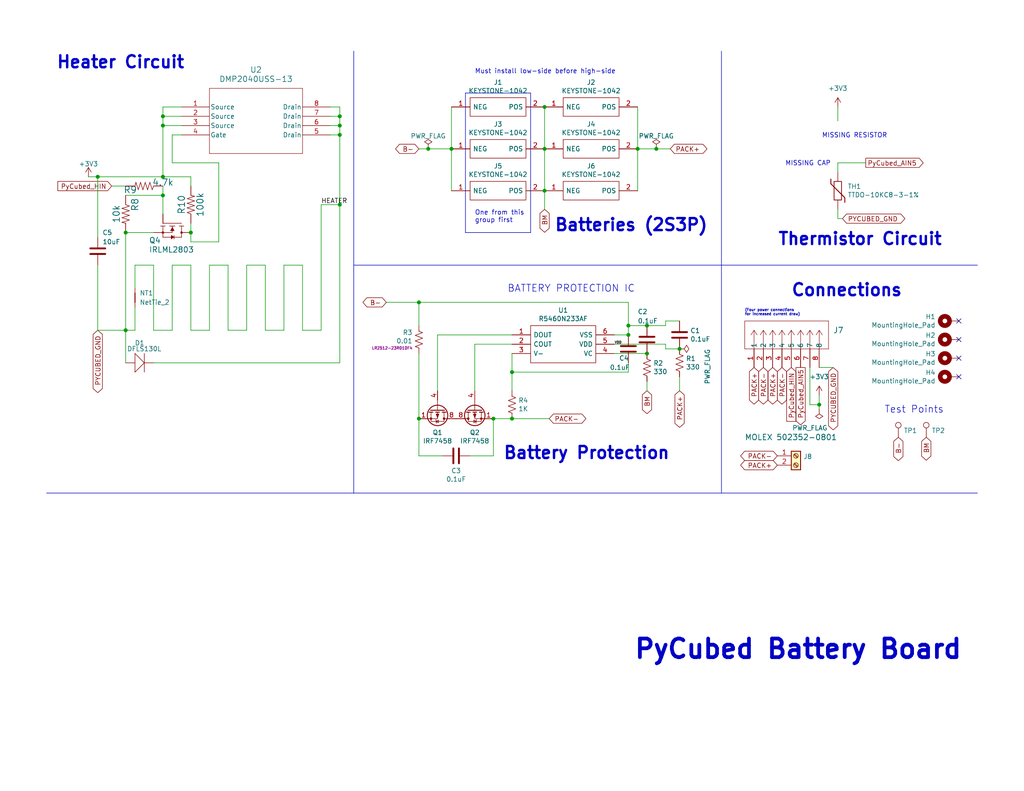
<source format=kicad_sch>
(kicad_sch (version 20231120) (generator "eeschema") (generator_version "8.0")
  (paper "USLetter")
  (title_block (title "PyCubed Battery Board") (date "2024-05-07") (rev "Ver. 2B") (company "SSI") (comment 1 "Original design by Max Holliday, edited by Grant Regen and Sage Wu"))
  (lib_symbols
    (symbol "Connector:Screw_Terminal_01x02" (pin_names (offset 1.016) hide)
      (property "Reference" "J" (at 0 2.54 0))
      (property "Value" "Screw_Terminal_01x02" (at 0 -5.08 0))
      (symbol "Screw_Terminal_01x02_1_1"
        (rectangle (start -1.27 1.27) (end 1.27 -3.81) (stroke (width 0.254)) (fill (type background)))
        (circle (center 0 -2.54) (radius 0.635) (stroke (width 0.1524)))
        (polyline (pts (xy -0.5334 -2.2098) (xy 0.3302 -3.048)) (stroke (width 0.1524)))
        (polyline (pts (xy -0.5334 0.3302) (xy 0.3302 -0.508)) (stroke (width 0.1524)))
        (polyline (pts (xy -0.3556 -2.032) (xy 0.508 -2.8702)) (stroke (width 0.1524)))
        (polyline (pts (xy -0.3556 0.508) (xy 0.508 -0.3302)) (stroke (width 0.1524)))
        (circle (center 0 0) (radius 0.635) (stroke (width 0.1524)))
        (pin passive line (at -5.08 0 0) (length 3.81) (name "Pin_1") (number "1"))
        (pin passive line (at -5.08 -2.54 0) (length 3.81) (name "Pin_2") (number "2"))
      )
    )
    (symbol "Connector:TestPoint" (pin_numbers hide) (pin_names (offset 0.762) hide)
      (property "Reference" "TP" (at 0 6.858 0))
      (property "Value" "TestPoint" (at 0 5.08 0))
      (symbol "TestPoint_0_1"
        (circle (center 0 3.302) (radius 0.762))
      )
      (symbol "TestPoint_1_1"
        (pin passive line (at 0 0 90) (length 2.54) (name "1") (number "1"))
      )
    )
    (symbol "Device:C" (pin_numbers hide) (pin_names (offset 0.254))
      (property "Reference" "C" (at 0.635 2.54 0))
      (property "Value" "C" (at 0.635 -2.54 0))
      (symbol "C_0_1"
        (polyline (pts (xy -2.032 -0.762) (xy 2.032 -0.762)) (stroke (width 0.508)))
        (polyline (pts (xy -2.032 0.762) (xy 2.032 0.762)) (stroke (width 0.508)))
      )
      (symbol "C_1_1"
        (pin passive line (at 0 3.81 270) (length 2.794) (name "~") (number "1"))
        (pin passive line (at 0 -3.81 90) (length 2.794) (name "~") (number "2"))
      )
    )
    (symbol "Device:NetTie_2" (pin_numbers hide) (pin_names (offset 0) hide) (in_bom no)
      (property "Reference" "NT" (at 0 1.27 0))
      (property "Value" "NetTie_2" (at 0 -1.27 0))
      (symbol "NetTie_2_0_1"
        (polyline (pts (xy -1.27 0) (xy 1.27 0)) (stroke (width 0.254)))
      )
      (symbol "NetTie_2_1_1"
        (pin passive line (at -2.54 0 0) (length 2.54) (name "1") (number "1"))
        (pin passive line (at 2.54 0 180) (length 2.54) (name "2") (number "2"))
      )
    )
    (symbol "Device:R_US" (pin_numbers hide) (pin_names (offset 0))
      (property "Reference" "R" (at 2.54 0 90))
      (property "Value" "R_US" (at -2.54 0 90))
      (symbol "R_US_0_1"
        (polyline (pts (xy 0 -2.286) (xy 0 -2.54)))
        (polyline (pts (xy 0 2.286) (xy 0 2.54)))
        (polyline (pts (xy 0 -0.762) (xy 1.016 -1.143) (xy 0 -1.524) (xy -1.016 -1.905) (xy 0 -2.286)))
        (polyline (pts (xy 0 0.762) (xy 1.016 0.381) (xy 0 0) (xy -1.016 -0.381) (xy 0 -0.762)))
        (polyline (pts (xy 0 2.286) (xy 1.016 1.905) (xy 0 1.524) (xy -1.016 1.143) (xy 0 0.762)))
      )
      (symbol "R_US_1_1"
        (pin passive line (at 0 3.81 270) (length 1.27) (name "~") (number "1"))
        (pin passive line (at 0 -3.81 90) (length 1.27) (name "~") (number "2"))
      )
    )
    (symbol "Device:Thermistor" (pin_numbers hide) (pin_names (offset 0))
      (property "Reference" "TH" (at 2.54 1.27 90))
      (property "Value" "Thermistor" (at -2.54 0 90))
      (symbol "Thermistor_0_1"
        (rectangle (start -1.016 2.54) (end 1.016 -2.54) (stroke (width 0.2032)))
        (polyline (pts (xy -1.905 3.175) (xy -1.905 1.905) (xy 1.905 -1.905) (xy 1.905 -3.175) (xy 1.905 -3.175)) (stroke (width 0.254)))
      )
      (symbol "Thermistor_1_1"
        (pin passive line (at 0 5.08 270) (length 2.54) (name "~") (number "1"))
        (pin passive line (at 0 -5.08 90) (length 2.54) (name "~") (number "2"))
      )
    )
    (symbol "Mechanical:MountingHole_Pad" (pin_numbers hide) (pin_names (offset 1.016) hide)
      (property "Reference" "H" (at 0 6.35 0))
      (property "Value" "MountingHole_Pad" (at 0 4.445 0))
      (symbol "MountingHole_Pad_0_1"
        (circle (center 0 1.27) (radius 1.27) (stroke (width 1.27)))
      )
      (symbol "MountingHole_Pad_1_1"
        (pin input line (at 0 -2.54 90) (length 2.54) (name "1") (number "1"))
      )
    )
    (symbol "Transistor_FET:IRF7404" (pin_names hide)
      (property "Reference" "Q" (at 5.08 1.905 0))
      (property "Value" "IRF7404" (at 5.08 0 0))
      (symbol "IRF7404_0_1"
        (polyline (pts (xy 0.254 0) (xy -2.54 0)))
        (polyline (pts (xy 0.254 1.905) (xy 0.254 -1.905)) (stroke (width 0.254)))
        (polyline (pts (xy 0.762 -1.27) (xy 0.762 -2.286)) (stroke (width 0.254)))
        (polyline (pts (xy 0.762 0.508) (xy 0.762 -0.508)) (stroke (width 0.254)))
        (polyline (pts (xy 0.762 2.286) (xy 0.762 1.27)) (stroke (width 0.254)))
        (polyline (pts (xy 2.54 2.54) (xy 2.54 1.778)))
        (polyline (pts (xy 2.54 -2.54) (xy 2.54 0) (xy 0.762 0)))
        (polyline (pts (xy 0.762 1.778) (xy 3.302 1.778) (xy 3.302 -1.778) (xy 0.762 -1.778)))
        (polyline (pts (xy 2.286 0) (xy 1.27 0.381) (xy 1.27 -0.381) (xy 2.286 0)) (fill (type outline)))
        (polyline (pts (xy 2.794 -0.508) (xy 2.921 -0.381) (xy 3.683 -0.381) (xy 3.81 -0.254)))
        (polyline (pts (xy 3.302 -0.381) (xy 2.921 0.254) (xy 3.683 0.254) (xy 3.302 -0.381)))
        (circle (center 1.651 0) (radius 2.794) (stroke (width 0.254)))
        (circle (center 2.54 -1.778) (radius 0.254) (fill (type outline)))
        (circle (center 2.54 1.778) (radius 0.254) (fill (type outline)))
      )
      (symbol "IRF7404_1_1"
        (pin passive line (at 2.54 -5.08 90) (length 2.54) (name "S") (number "1"))
        (pin passive line (at 2.54 -5.08 90) (length 2.54) hide (name "S") (number "2"))
        (pin passive line (at 2.54 -5.08 90) (length 2.54) hide (name "S") (number "3"))
        (pin passive line (at -5.08 0 0) (length 2.54) (name "G") (number "4"))
        (pin passive line (at 2.54 5.08 270) (length 2.54) hide (name "D") (number "5"))
        (pin passive line (at 2.54 5.08 270) (length 2.54) hide (name "D") (number "6"))
        (pin passive line (at 2.54 5.08 270) (length 2.54) hide (name "D") (number "7"))
        (pin passive line (at 2.54 5.08 270) (length 2.54) (name "D") (number "8"))
      )
    )
    (symbol "batteryboard:502352-0801" (pin_names (offset 0.254))
      (property "Reference" "J" (at 8.89 6.35 0))
      (property "Value" "502352-0801" (at 7.239 4.191 0))
      (symbol "502352-0801_1_1"
        (polyline (pts (xy 5.08 -20.32) (xy 12.7 -20.32)) (stroke (width 0.127)))
        (polyline (pts (xy 5.08 2.54) (xy 5.08 -20.32)) (stroke (width 0.127)))
        (polyline (pts (xy 10.16 -17.78) (xy 5.08 -17.78)) (stroke (width 0.127)))
        (polyline (pts (xy 10.16 -17.78) (xy 8.89 -18.6267)) (stroke (width 0.127)))
        (polyline (pts (xy 10.16 -17.78) (xy 8.89 -16.9333)) (stroke (width 0.127)))
        (polyline (pts (xy 10.16 -15.24) (xy 5.08 -15.24)) (stroke (width 0.127)))
        (polyline (pts (xy 10.16 -15.24) (xy 8.89 -16.0867)) (stroke (width 0.127)))
        (polyline (pts (xy 10.16 -15.24) (xy 8.89 -14.3933)) (stroke (width 0.127)))
        (polyline (pts (xy 10.16 -12.7) (xy 5.08 -12.7)) (stroke (width 0.127)))
        (polyline (pts (xy 10.16 -12.7) (xy 8.89 -13.5467)) (stroke (width 0.127)))
        (polyline (pts (xy 10.16 -12.7) (xy 8.89 -11.8533)) (stroke (width 0.127)))
        (polyline (pts (xy 10.16 -10.16) (xy 5.08 -10.16)) (stroke (width 0.127)))
        (polyline (pts (xy 10.16 -10.16) (xy 8.89 -11.0067)) (stroke (width 0.127)))
        (polyline (pts (xy 10.16 -10.16) (xy 8.89 -9.3133)) (stroke (width 0.127)))
        (polyline (pts (xy 10.16 -7.62) (xy 5.08 -7.62)) (stroke (width 0.127)))
        (polyline (pts (xy 10.16 -7.62) (xy 8.89 -8.4667)) (stroke (width 0.127)))
        (polyline (pts (xy 10.16 -7.62) (xy 8.89 -6.7733)) (stroke (width 0.127)))
        (polyline (pts (xy 10.16 -5.08) (xy 5.08 -5.08)) (stroke (width 0.127)))
        (polyline (pts (xy 10.16 -5.08) (xy 8.89 -5.9267)) (stroke (width 0.127)))
        (polyline (pts (xy 10.16 -5.08) (xy 8.89 -4.2333)) (stroke (width 0.127)))
        (polyline (pts (xy 10.16 -2.54) (xy 5.08 -2.54)) (stroke (width 0.127)))
        (polyline (pts (xy 10.16 -2.54) (xy 8.89 -3.3867)) (stroke (width 0.127)))
        (polyline (pts (xy 10.16 -2.54) (xy 8.89 -1.6933)) (stroke (width 0.127)))
        (polyline (pts (xy 10.16 0) (xy 5.08 0)) (stroke (width 0.127)))
        (polyline (pts (xy 10.16 0) (xy 8.89 -0.8467)) (stroke (width 0.127)))
        (polyline (pts (xy 10.16 0) (xy 8.89 0.8467)) (stroke (width 0.127)))
        (polyline (pts (xy 12.7 -20.32) (xy 12.7 2.54)) (stroke (width 0.127)))
        (polyline (pts (xy 12.7 2.54) (xy 5.08 2.54)) (stroke (width 0.127)))
        (pin passive line (at 0 0 0) (length 5.08) (name "1") (number "1"))
        (pin passive line (at 0 -2.54 0) (length 5.08) (name "2") (number "2"))
        (pin passive line (at 0 -5.08 0) (length 5.08) (name "3") (number "3"))
        (pin passive line (at 0 -7.62 0) (length 5.08) (name "4") (number "4"))
        (pin passive line (at 0 -10.16 0) (length 5.08) (name "5") (number "5"))
        (pin passive line (at 0 -12.7 0) (length 5.08) (name "6") (number "6"))
        (pin passive line (at 0 -15.24 0) (length 5.08) (name "7") (number "7"))
        (pin passive line (at 0 -17.78 0) (length 5.08) (name "8") (number "8"))
      )
    )
    (symbol "batteryboard:DMP2040USS-13" (pin_names (offset 0.254))
      (property "Reference" "U2" (at 20.32 10.16 0))
      (property "Value" "DMP2040USS-13" (at 20.32 7.62 0))
      (symbol "DMP2040USS-13_0_1"
        (polyline (pts (xy 7.62 -12.7) (xy 33.02 -12.7)) (stroke (width 0.127)))
        (polyline (pts (xy 7.62 5.08) (xy 7.62 -12.7)) (stroke (width 0.127)))
        (polyline (pts (xy 33.02 -12.7) (xy 33.02 5.08)) (stroke (width 0.127)))
        (polyline (pts (xy 33.02 5.08) (xy 7.62 5.08)) (stroke (width 0.127)))
      )
      (symbol "DMP2040USS-13_1_1"
        (pin passive line (at 0 0 0) (length 7.62) (name "Source") (number "1"))
        (pin passive line (at 0 -2.54 0) (length 7.62) (name "Source") (number "2"))
        (pin passive line (at 0 -5.08 0) (length 7.62) (name "Source") (number "3"))
        (pin passive line (at 0 -7.62 0) (length 7.62) (name "Gate") (number "4"))
        (pin passive line (at 40.64 -7.62 180) (length 7.62) (name "Drain") (number "5"))
        (pin passive line (at 40.64 -5.08 180) (length 7.62) (name "Drain") (number "6"))
        (pin passive line (at 40.64 -2.54 180) (length 7.62) (name "Drain") (number "7"))
        (pin passive line (at 40.64 0 180) (length 7.62) (name "Drain") (number "8"))
      )
    )
    (symbol "batteryboard:Keystone-1042" (pin_names (offset 0.762))
      (property "Reference" "J" (at 11.43 6.35 0))
      (property "Value" "Keystone-1042" (at 10.16 3.81 0))
      (symbol "Keystone-1042_0_0"
        (pin passive line (at 25.4 0 180) (length 5.08) (name "POS") (number "2"))
      )
      (symbol "Keystone-1042_0_1"
        (polyline (pts (xy 5.08 2.54) (xy 20.32 2.54) (xy 20.32 -2.54) (xy 5.08 -2.54) (xy 5.08 2.54)) (stroke (width 0.1524)))
      )
      (symbol "Keystone-1042_1_0"
        (pin passive line (at 0 0 0) (length 5.08) (name "NEG") (number "1"))
      )
    )
    (symbol "batteryboard:R5460N233AF" (pin_names (offset 0.762))
      (property "Reference" "U" (at 12.7 3.81 0))
      (property "Value" "R5460N233AF" (at 7.62 -8.89 0))
      (symbol "R5460N233AF_0_0"
        (pin output line (at 0 0 0) (length 5.08) (name "DOUT") (number "1"))
        (pin output line (at 0 -2.54 0) (length 5.08) (name "COUT") (number "2"))
        (pin input line (at 0 -5.08 0) (length 5.08) (name "V-") (number "3"))
        (pin input line (at 27.94 -5.08 180) (length 5.08) (name "VC") (number "4"))
        (pin power_in line (at 27.94 -2.54 180) (length 5.08) (name "VDD") (number "5"))
        (pin power_in line (at 27.94 0 180) (length 5.08) (name "VSS") (number "6"))
      )
      (symbol "R5460N233AF_0_1"
        (polyline (pts (xy 5.08 2.54) (xy 22.86 2.54) (xy 22.86 -7.62) (xy 5.08 -7.62) (xy 5.08 2.54)) (stroke (width 0.1524)))
      )
    )
    (symbol "mainboard:DFLS130L" (pin_names (offset 1.016))
      (property "Reference" "D" (at 0 2.54 0))
      (property "Value" "DFLS130L" (at 0 -5.08 0))
      (symbol "DFLS130L_1_0"
        (polyline (pts (xy 0 -2.54) (xy 2.54 0)))
        (polyline (pts (xy 0 2.54) (xy 0 -2.54)))
        (polyline (pts (xy 2.54 0) (xy 0 2.54)))
        (polyline (pts (xy 2.54 2.54) (xy 2.54 -2.54)))
        (pin bidirectional line (at -2.54 0 0) (length 2.54) (name "A") (number "A"))
        (pin bidirectional line (at 5.08 0 180) (length 2.54) (name "C") (number "C"))
      )
    )
    (symbol "mainboard:IRLML2803TRPBF" (pin_names (offset 1.016))
      (property "Reference" "Q" (at -11.43 1.27 0))
      (property "Value" "IRLML2803TRPBF" (at -11.43 3.81 0))
      (symbol "IRLML2803TRPBF_1_0"
        (polyline (pts (xy 0 2.54) (xy 0 -2.54)))
        (polyline (pts (xy 0.762 -2.54) (xy 0.762 -3.175)))
        (polyline (pts (xy 0.762 -1.905) (xy 0.762 -2.54)))
        (polyline (pts (xy 0.762 0) (xy 0.762 -0.762)))
        (polyline (pts (xy 0.762 0) (xy 2.54 0)))
        (polyline (pts (xy 0.762 0.762) (xy 0.762 0)))
        (polyline (pts (xy 0.762 2.54) (xy 0.762 1.905)))
        (polyline (pts (xy 0.762 2.54) (xy 3.81 2.54)))
        (polyline (pts (xy 0.762 3.175) (xy 0.762 2.54)))
        (polyline (pts (xy 2.54 -2.54) (xy 0.762 -2.54)))
        (polyline (pts (xy 2.54 -2.54) (xy 3.81 -2.54)))
        (polyline (pts (xy 2.54 0) (xy 2.54 -2.54)))
        (polyline (pts (xy 3.302 0.508) (xy 3.81 0.508)))
        (polyline (pts (xy 3.81 -0.508) (xy 3.81 -2.54)))
        (polyline (pts (xy 3.81 0.508) (xy 3.81 -0.508)))
        (polyline (pts (xy 3.81 0.508) (xy 4.318 0.508)))
        (polyline (pts (xy 3.81 2.54) (xy 3.81 0.508)))
        (polyline (pts (xy 1.016 0) (xy 2.032 0.508) (xy 2.032 -0.508)) (fill (type outline)))
        (polyline (pts (xy 3.81 0.508) (xy 3.302 -0.254) (xy 4.318 -0.254)) (fill (type outline)))
        (circle (center 2.54 -2.54) (radius 0.254))
        (circle (center 2.54 2.54) (radius 0.254))
        (pin passive line (at -2.54 -2.54 0) (length 2.54) (name "G") (number "1"))
        (pin passive line (at 2.54 -5.08 90) (length 2.54) (name "S") (number "2"))
        (pin passive line (at 2.54 5.08 270) (length 2.54) (name "D") (number "3"))
      )
    )
    (symbol "mainboard:RESISTOR0603" (pin_names (offset 1.016))
      (property "Reference" "R" (at 0 1.524 0))
      (property "Value" "RESISTOR0603" (at 0 -1.524 0))
      (symbol "RESISTOR0603_1_0"
        (polyline (pts (xy -2.54 0) (xy -2.159 1.016)))
        (polyline (pts (xy -2.159 1.016) (xy -1.524 -1.016)))
        (polyline (pts (xy -1.524 -1.016) (xy -0.889 1.016)))
        (polyline (pts (xy -0.889 1.016) (xy -0.254 -1.016)))
        (polyline (pts (xy -0.254 -1.016) (xy 0.381 1.016)))
        (polyline (pts (xy 0.381 1.016) (xy 1.016 -1.016)))
        (polyline (pts (xy 1.016 -1.016) (xy 1.651 1.016)))
        (polyline (pts (xy 1.651 1.016) (xy 2.286 -1.016)))
        (polyline (pts (xy 2.286 -1.016) (xy 2.54 0)))
        (pin passive line (at -5.08 0 0) (length 2.54) (name "1") (number "1"))
        (pin passive line (at 5.08 0 180) (length 2.54) (name "2") (number "2"))
      )
    )
    (symbol "power:+3V3" (power) (pin_names (offset 0))
      (property "Value" "+3V3" (at 0 3.556 0))
      (symbol "+3V3_0_1"
        (polyline (pts (xy -0.762 1.27) (xy 0 2.54)))
        (polyline (pts (xy 0 0) (xy 0 2.54)))
        (polyline (pts (xy 0 2.54) (xy 0.762 1.27)))
      )
      (symbol "+3V3_1_1"
        (pin power_in line (at 0 0 90) (length 0) hide (name "+3V3") (number "1"))
      )
    )
    (symbol "power:PWR_FLAG" (power) (pin_numbers hide) (pin_names (offset 0) hide)
      (property "Value" "PWR_FLAG" (at 0 3.81 0))
      (symbol "PWR_FLAG_0_0"
        (pin power_out line (at 0 0 90) (length 0) (name "pwr") (number "1"))
      )
      (symbol "PWR_FLAG_0_1"
        (polyline (pts (xy 0 0) (xy 0 1.27) (xy -1.016 1.905) (xy 0 2.54) (xy 1.016 1.905) (xy 0 1.27)))
      )
    )
  )
  (junction (at 34.29 90.17))
  (junction (at 185.42 95.25))
  (junction (at 116.84 40.64))
  (junction (at 44.45 31.75))
  (junction (at 34.29 63.5))
  (junction (at 139.7 114.3))
  (junction (at 139.7 101.6))
  (junction (at 171.45 88.9))
  (junction (at 92.71 34.29))
  (junction (at 171.45 91.44))
  (junction (at 148.59 52.07))
  (junction (at 92.71 36.83))
  (junction (at 44.45 53.34))
  (junction (at 114.3 82.55))
  (junction (at 223.52 110.49))
  (junction (at 26.67 48.26))
  (junction (at 148.59 29.21))
  (junction (at 173.99 40.64))
  (junction (at 123.19 40.64))
  (junction (at 92.71 55.88))
  (junction (at 92.71 31.75))
  (junction (at 176.53 96.52))
  (junction (at 179.07 40.64))
  (junction (at 52.07 63.5))
  (junction (at 176.53 88.9))
  (junction (at 148.59 40.64))
  (junction (at 114.3 114.3))
  (junction (at 134.62 114.3))
  (junction (at 44.45 48.26))
  (junction (at 44.45 34.29))
  (no_connect (at 261.62 102.87))
  (no_connect (at 261.62 92.71))
  (no_connect (at 261.62 97.79))
  (no_connect (at 261.62 87.63))
  (wire (pts (xy 82.55 72.39) (xy 77.47 72.39)))
  (wire (pts (xy 171.45 82.55) (xy 114.3 82.55)))
  (wire (pts (xy 44.45 48.26) (xy 44.45 34.29)))
  (wire (pts (xy 46.99 90.17) (xy 41.91 90.17)))
  (wire (pts (xy 171.45 99.06) (xy 171.45 101.6)))
  (wire (pts (xy 114.3 124.46) (xy 114.3 114.3)))
  (wire (pts (xy 148.59 52.07) (xy 148.59 57.15)))
  (wire (pts (xy 52.07 72.39) (xy 46.99 72.39)))
  (wire (pts (xy 139.7 106.68) (xy 139.7 101.6)))
  (wire (pts (xy 36.83 72.39) (xy 36.83 78.74)))
  (wire (pts (xy 46.99 72.39) (xy 46.99 90.17)))
  (wire (pts (xy 34.29 50.8) (xy 30.48 50.8)))
  (wire (pts (xy 34.29 53.34) (xy 44.45 53.34)))
  (wire (pts (xy 59.69 44.45) (xy 46.99 44.45)))
  (wire (pts (xy 92.71 34.29) (xy 92.71 31.75)))
  (wire (pts (xy 176.53 88.9) (xy 181.61 88.9)))
  (wire (pts (xy 41.91 63.5) (xy 34.29 63.5)))
  (wire (pts (xy 62.23 90.17) (xy 62.23 72.39)))
  (wire (pts (xy 59.69 66.04) (xy 59.69 44.45)))
  (wire (pts (xy 67.31 72.39) (xy 67.31 90.17)))
  (wire (pts (xy 44.45 48.26) (xy 52.07 48.26)))
  (wire (pts (xy 41.91 90.17) (xy 41.91 72.39)))
  (wire (pts (xy 223.52 107.95) (xy 223.52 110.49)))
  (polyline (pts (xy 127 25.4) (xy 144.78 25.4)))
  (wire (pts (xy 119.38 91.44) (xy 139.7 91.44)))
  (wire (pts (xy 123.19 52.07) (xy 123.19 40.64)))
  (wire (pts (xy 114.3 40.64) (xy 116.84 40.64)))
  (wire (pts (xy 41.91 99.06) (xy 92.71 99.06)))
  (wire (pts (xy 176.53 106.68) (xy 176.53 104.14)))
  (wire (pts (xy 114.3 114.3) (xy 114.3 96.52)))
  (wire (pts (xy 123.19 40.64) (xy 123.19 29.21)))
  (wire (pts (xy 52.07 90.17) (xy 52.07 72.39)))
  (wire (pts (xy 119.38 106.68) (xy 119.38 91.44)))
  (wire (pts (xy 57.15 90.17) (xy 52.07 90.17)))
  (wire (pts (xy 57.15 72.39) (xy 57.15 90.17)))
  (wire (pts (xy 87.63 90.17) (xy 82.55 90.17)))
  (wire (pts (xy 44.45 29.21) (xy 49.53 29.21)))
  (wire (pts (xy 92.71 55.88) (xy 92.71 36.83)))
  (wire (pts (xy 223.52 111.76) (xy 223.52 110.49)))
  (wire (pts (xy 128.27 124.46) (xy 134.62 124.46)))
  (wire (pts (xy 223.52 110.49) (xy 220.98 110.49)))
  (wire (pts (xy 26.67 90.17) (xy 34.29 90.17)))
  (wire (pts (xy 173.99 40.64) (xy 179.07 40.64)))
  (wire (pts (xy 167.64 91.44) (xy 171.45 91.44)))
  (wire (pts (xy 185.42 106.68) (xy 185.42 102.87)))
  (wire (pts (xy 72.39 90.17) (xy 72.39 72.39)))
  (wire (pts (xy 46.99 44.45) (xy 46.99 36.83)))
  (wire (pts (xy 67.31 90.17) (xy 62.23 90.17)))
  (wire (pts (xy 77.47 72.39) (xy 77.47 90.17)))
  (wire (pts (xy 171.45 88.9) (xy 176.53 88.9)))
  (wire (pts (xy 92.71 31.75) (xy 92.71 29.21)))
  (wire (pts (xy 87.63 55.88) (xy 87.63 90.17)))
  (wire (pts (xy 171.45 88.9) (xy 171.45 91.44)))
  (wire (pts (xy 92.71 36.83) (xy 92.71 34.29)))
  (wire (pts (xy 148.59 40.64) (xy 148.59 52.07)))
  (wire (pts (xy 181.61 88.9) (xy 181.61 87.63)))
  (wire (pts (xy 44.45 31.75) (xy 44.45 29.21)))
  (wire (pts (xy 92.71 55.88) (xy 87.63 55.88)))
  (polyline (pts (xy 12.7 134.62) (xy 96.52 134.62)))
  (wire (pts (xy 134.62 114.3) (xy 139.7 114.3)))
  (wire (pts (xy 181.61 87.63) (xy 185.42 87.63)))
  (wire (pts (xy 171.45 101.6) (xy 139.7 101.6)))
  (wire (pts (xy 171.45 88.9) (xy 171.45 82.55)))
  (wire (pts (xy 77.47 90.17) (xy 72.39 90.17)))
  (wire (pts (xy 114.3 82.55) (xy 105.41 82.55)))
  (polyline (pts (xy 96.52 134.62) (xy 96.52 13.97)))
  (wire (pts (xy 228.6 57.15) (xy 228.6 59.69)))
  (wire (pts (xy 129.54 93.98) (xy 129.54 106.68)))
  (wire (pts (xy 26.67 72.39) (xy 26.67 90.17)))
  (wire (pts (xy 90.17 31.75) (xy 92.71 31.75)))
  (wire (pts (xy 72.39 72.39) (xy 67.31 72.39)))
  (wire (pts (xy 44.45 50.8) (xy 44.45 53.34)))
  (wire (pts (xy 24.13 48.26) (xy 26.67 48.26)))
  (wire (pts (xy 134.62 124.46) (xy 134.62 114.3)))
  (wire (pts (xy 52.07 66.04) (xy 52.07 63.5)))
  (wire (pts (xy 34.29 63.5) (xy 34.29 90.17)))
  (wire (pts (xy 34.29 90.17) (xy 36.83 90.17)))
  (wire (pts (xy 120.65 124.46) (xy 114.3 124.46)))
  (wire (pts (xy 228.6 29.21) (xy 228.6 33.02)))
  (wire (pts (xy 36.83 83.82) (xy 36.83 90.17)))
  (wire (pts (xy 44.45 34.29) (xy 49.53 34.29)))
  (wire (pts (xy 149.86 114.3) (xy 139.7 114.3)))
  (wire (pts (xy 139.7 101.6) (xy 139.7 96.52)))
  (wire (pts (xy 44.45 53.34) (xy 44.45 58.42)))
  (wire (pts (xy 90.17 29.21) (xy 92.71 29.21)))
  (wire (pts (xy 26.67 48.26) (xy 44.45 48.26)))
  (wire (pts (xy 228.6 46.99) (xy 228.6 44.45)))
  (wire (pts (xy 92.71 99.06) (xy 92.71 55.88)))
  (wire (pts (xy 181.61 93.98) (xy 181.61 95.25)))
  (wire (pts (xy 52.07 60.96) (xy 52.07 63.5)))
  (polyline (pts (xy 144.78 25.4) (xy 144.78 63.5)))
  (wire (pts (xy 148.59 29.21) (xy 148.59 40.64)))
  (polyline (pts (xy 144.78 63.5) (xy 127 63.5)))
  (polyline (pts (xy 196.85 13.97) (xy 196.85 134.62)))
  (wire (pts (xy 179.07 40.64) (xy 182.88 40.64)))
  (wire (pts (xy 227.33 100.33) (xy 223.52 100.33)))
  (polyline (pts (xy 96.52 72.39) (xy 266.7 72.39)))
  (wire (pts (xy 173.99 52.07) (xy 173.99 40.64)))
  (wire (pts (xy 228.6 44.45) (xy 236.22 44.45)))
  (polyline (pts (xy 96.52 134.62) (xy 266.7 134.62)))
  (wire (pts (xy 114.3 82.55) (xy 114.3 88.9)))
  (wire (pts (xy 26.67 48.26) (xy 26.67 64.77)))
  (wire (pts (xy 220.98 110.49) (xy 220.98 100.33)))
  (polyline (pts (xy 127 63.5) (xy 127 25.4)))
  (wire (pts (xy 34.29 90.17) (xy 34.29 99.06)))
  (wire (pts (xy 229.87 59.69) (xy 228.6 59.69)))
  (wire (pts (xy 52.07 48.26) (xy 52.07 50.8)))
  (wire (pts (xy 44.45 34.29) (xy 44.45 31.75)))
  (wire (pts (xy 41.91 72.39) (xy 36.83 72.39)))
  (wire (pts (xy 62.23 72.39) (xy 57.15 72.39)))
  (wire (pts (xy 82.55 72.39) (xy 82.55 90.17)))
  (wire (pts (xy 44.45 31.75) (xy 49.53 31.75)))
  (wire (pts (xy 46.99 36.83) (xy 49.53 36.83)))
  (wire (pts (xy 167.64 93.98) (xy 181.61 93.98)))
  (wire (pts (xy 173.99 40.64) (xy 173.99 29.21)))
  (wire (pts (xy 90.17 34.29) (xy 92.71 34.29)))
  (wire (pts (xy 181.61 95.25) (xy 185.42 95.25)))
  (wire (pts (xy 167.64 96.52) (xy 176.53 96.52)))
  (wire (pts (xy 116.84 40.64) (xy 123.19 40.64)))
  (wire (pts (xy 129.54 93.98) (xy 139.7 93.98)))
  (wire (pts (xy 52.07 66.04) (xy 59.69 66.04)))
  (wire (pts (xy 90.17 36.83) (xy 92.71 36.83)))
  (text "Connections" (at 246.38 81.28 0) (effects (font (size 3.2766 3.2766) (thickness 0.6553) (bold yes)) (justify right bottom)))
  (text "MISSING RESISTOR\n" (at 233.172 37.084 0) (effects (font (size 1.27 1.27))))
  (text "(Four power connections \nfor increased current draw)" (at 203.2 86.36 0) (effects (font (size 0.7112 0.7112)) (justify left bottom)))
  (text "One from this \ngroup first" (at 129.54 60.96 0) (effects (font (size 1.27 1.27)) (justify left bottom)))
  (text "PyCubed Battery Board" (at 172.72 180.34 0) (effects (font (size 5.08 5.08) (thickness 1.016) (bold yes)) (justify left bottom)))
  (text "Batteries (2S3P)" (at 151.13 63.5 0) (effects (font (size 3.2766 3.2766) (thickness 0.6553) (bold yes)) (justify left bottom)))
  (text "Heater Circuit" (at 15.24 19.05 0) (effects (font (size 3.2766 3.2766) (thickness 0.6553) (bold yes)) (justify left bottom)))
  (text "Test Points" (at 241.3 113.03 0) (effects (font (size 1.905 1.905)) (justify left bottom)))
  (text "Battery Protection" (at 137.16 125.73 0) (effects (font (size 3.2766 3.2766) (thickness 0.6553) (bold yes)) (justify left bottom)))
  (text "MISSING CAP\n" (at 220.472 44.704 0) (effects (font (size 1.27 1.27))))
  (text "Must install low-side before high-side" (at 129.54 20.32 0) (effects (font (size 1.27 1.27)) (justify left bottom)))
  (text "Thermistor Circuit" (at 212.09 67.31 0) (effects (font (size 3.2766 3.2766) (thickness 0.6553) (bold yes)) (justify left bottom)))
  (text "BATTERY PROTECTION IC" (at 138.43 80.01 0) (effects (font (size 1.905 1.905)) (justify left bottom)))
  (label "HEATER" (at 87.63 55.88 0))
  (label "VDD" (at 167.64 93.98 0) (effects (font (size 0.635 0.635))))
  (global_label "PACK+" (shape bidirectional) (at 210.82 100.33 270) (property "Intersheetrefs" "${INTERSHEET_REFS}" (effects (hide yes))))
  (global_label "PyCubed_AIN5" (shape output) (at 218.44 100.33 270) (property "Intersheetrefs" "${INTERSHEET_REFS}" (effects (hide yes))))
  (global_label "PyCubed_HIN" (shape input) (at 215.9 100.33 270) (property "Intersheetrefs" "${INTERSHEET_REFS}" (effects (hide yes))))
  (global_label "PYCUBED_GND" (shape bidirectional) (at 227.33 100.33 270) (property "Intersheetrefs" "${INTERSHEET_REFS}" (effects (hide yes))))
  (global_label "PACK+" (shape bidirectional) (at 212.09 127 180) (property "Intersheetrefs" "${INTERSHEET_REFS}" (effects (hide yes))))
  (global_label "PYCUBED_GND" (shape bidirectional) (at 229.87 59.69 0) (property "Intersheetrefs" "${INTERSHEET_REFS}" (effects (hide yes))))
  (global_label "PACK+" (shape bidirectional) (at 185.42 106.68 270) (property "Intersheetrefs" "${INTERSHEET_REFS}" (effects (hide yes))))
  (global_label "PACK-" (shape bidirectional) (at 212.09 124.46 180) (property "Intersheetrefs" "${INTERSHEET_REFS}" (effects (hide yes))))
  (global_label "B-" (shape bidirectional) (at 114.3 40.64 180) (property "Intersheetrefs" "${INTERSHEET_REFS}" (effects (hide yes))))
  (global_label "B-" (shape bidirectional) (at 245.11 119.38 270) (property "Intersheetrefs" "${INTERSHEET_REFS}" (effects (hide yes))))
  (global_label "B-" (shape bidirectional) (at 105.41 82.55 180) (property "Intersheetrefs" "${INTERSHEET_REFS}" (effects (hide yes))))
  (global_label "BM" (shape bidirectional) (at 176.53 106.68 270) (property "Intersheetrefs" "${INTERSHEET_REFS}" (effects (hide yes))))
  (global_label "PACK-" (shape bidirectional) (at 149.86 114.3 0) (property "Intersheetrefs" "${INTERSHEET_REFS}" (effects (hide yes))))
  (global_label "BM" (shape bidirectional) (at 148.59 57.15 270) (property "Intersheetrefs" "${INTERSHEET_REFS}" (effects (hide yes))))
  (global_label "PACK-" (shape bidirectional) (at 208.28 100.33 270) (property "Intersheetrefs" "${INTERSHEET_REFS}" (effects (hide yes))))
  (global_label "PYCUBED_GND" (shape bidirectional) (at 26.67 90.17 270) (property "Intersheetrefs" "${INTERSHEET_REFS}" (effects (hide yes))))
  (global_label "PyCubed_HIN" (shape input) (at 30.48 50.8 180) (property "Intersheetrefs" "${INTERSHEET_REFS}" (effects (hide yes))))
  (global_label "PACK+" (shape bidirectional) (at 205.74 100.33 270) (property "Intersheetrefs" "${INTERSHEET_REFS}" (effects (hide yes))))
  (global_label "PACK-" (shape bidirectional) (at 213.36 100.33 270) (property "Intersheetrefs" "${INTERSHEET_REFS}" (effects (hide yes))))
  (global_label "BM" (shape bidirectional) (at 252.73 119.38 270) (property "Intersheetrefs" "${INTERSHEET_REFS}" (effects (hide yes))))
  (global_label "PACK+" (shape bidirectional) (at 182.88 40.64 0) (property "Intersheetrefs" "${INTERSHEET_REFS}" (effects (hide yes))))
  (global_label "PyCubed_AIN5" (shape output) (at 236.22 44.45 0) (property "Intersheetrefs" "${INTERSHEET_REFS}" (effects (hide yes))))
  (symbol (lib_id "batteryboard:Keystone-1042") (at 148.59 29.21 0) (unit 1)
    (property "Reference" "J2" (at 161.29 22.479 0))
    (property "Value" "KEYSTONE-1042" (at 161.29 24.7904 0))
    (property "Footprint" "batteryboard:Keystone_1042" (effects (hide yes)))
    (property "Datasheet" "http://www.mouser.com/ds/2/215/042-744829.pdf" (effects (hide yes)))
    (property "Description" "Cylindrical Battery Contacts, Clips, Holders & Springs 18650 S/M PC BATTERY HOLDER" (effects (hide yes)))
    (property "Manufacturer_Name" "Keystone Electronics" (effects (hide yes)))
    (property "Manufacturer_Part_Number" "1042" (effects (hide yes)))
    (property "Mouser Part Number" "534-1042" (effects (hide yes)))
    (property "Mouser Price/Stock" "https://www.mouser.com/Search/Refine.aspx?Keyword=534-1042" (effects (hide yes)))
  )
  (symbol (lib_id "batteryboard:Keystone-1042") (at 123.19 29.21 0) (unit 1)
    (property "Reference" "J1" (at 135.89 22.479 0))
    (property "Value" "KEYSTONE-1042" (at 135.89 24.7904 0))
    (property "Footprint" "batteryboard:Keystone_1042" (effects (hide yes)))
    (property "Datasheet" "http://www.mouser.com/ds/2/215/042-744829.pdf" (effects (hide yes)))
    (property "Description" "Cylindrical Battery Contacts, Clips, Holders & Springs 18650 S/M PC BATTERY HOLDER" (effects (hide yes)))
    (property "Manufacturer_Name" "Keystone Electronics" (effects (hide yes)))
    (property "Manufacturer_Part_Number" "1042" (effects (hide yes)))
    (property "Mouser Part Number" "534-1042" (effects (hide yes)))
    (property "Mouser Price/Stock" "https://www.mouser.com/Search/Refine.aspx?Keyword=534-1042" (effects (hide yes)))
  )
  (symbol (lib_id "batteryboard:Keystone-1042") (at 123.19 40.64 0) (unit 1)
    (property "Reference" "J3" (at 135.89 33.909 0))
    (property "Value" "KEYSTONE-1042" (at 135.89 36.2204 0))
    (property "Footprint" "batteryboard:Keystone_1042" (effects (hide yes)))
    (property "Datasheet" "http://www.mouser.com/ds/2/215/042-744829.pdf" (effects (hide yes)))
    (property "Description" "Cylindrical Battery Contacts, Clips, Holders & Springs 18650 S/M PC BATTERY HOLDER" (effects (hide yes)))
    (property "Manufacturer_Name" "Keystone Electronics" (effects (hide yes)))
    (property "Manufacturer_Part_Number" "1042" (effects (hide yes)))
    (property "Mouser Part Number" "534-1042" (effects (hide yes)))
    (property "Mouser Price/Stock" "https://www.mouser.com/Search/Refine.aspx?Keyword=534-1042" (effects (hide yes)))
  )
  (symbol (lib_id "batteryboard:Keystone-1042") (at 148.59 40.64 0) (unit 1)
    (property "Reference" "J4" (at 161.29 33.909 0))
    (property "Value" "KEYSTONE-1042" (at 161.29 36.2204 0))
    (property "Footprint" "batteryboard:Keystone_1042" (effects (hide yes)))
    (property "Datasheet" "http://www.mouser.com/ds/2/215/042-744829.pdf" (effects (hide yes)))
    (property "Description" "Cylindrical Battery Contacts, Clips, Holders & Springs 18650 S/M PC BATTERY HOLDER" (effects (hide yes)))
    (property "Manufacturer_Name" "Keystone Electronics" (effects (hide yes)))
    (property "Manufacturer_Part_Number" "1042" (effects (hide yes)))
    (property "Mouser Part Number" "534-1042" (effects (hide yes)))
    (property "Mouser Price/Stock" "https://www.mouser.com/Search/Refine.aspx?Keyword=534-1042" (effects (hide yes)))
  )
  (symbol (lib_id "batteryboard:Keystone-1042") (at 123.19 52.07 0) (unit 1)
    (property "Reference" "J5" (at 135.89 45.339 0))
    (property "Value" "KEYSTONE-1042" (at 135.89 47.6504 0))
    (property "Footprint" "batteryboard:Keystone_1042" (effects (hide yes)))
    (property "Datasheet" "http://www.mouser.com/ds/2/215/042-744829.pdf" (effects (hide yes)))
    (property "Description" "Cylindrical Battery Contacts, Clips, Holders & Springs 18650 S/M PC BATTERY HOLDER" (effects (hide yes)))
    (property "Manufacturer_Name" "Keystone Electronics" (effects (hide yes)))
    (property "Manufacturer_Part_Number" "1042" (effects (hide yes)))
    (property "Mouser Part Number" "534-1042" (effects (hide yes)))
    (property "Mouser Price/Stock" "https://www.mouser.com/Search/Refine.aspx?Keyword=534-1042" (effects (hide yes)))
  )
  (symbol (lib_id "batteryboard:Keystone-1042") (at 148.59 52.07 0) (unit 1)
    (property "Reference" "J6" (at 161.29 45.339 0))
    (property "Value" "KEYSTONE-1042" (at 161.29 47.6504 0))
    (property "Footprint" "batteryboard:Keystone_1042" (effects (hide yes)))
    (property "Datasheet" "http://www.mouser.com/ds/2/215/042-744829.pdf" (effects (hide yes)))
    (property "Description" "Cylindrical Battery Contacts, Clips, Holders & Springs 18650 S/M PC BATTERY HOLDER" (effects (hide yes)))
    (property "Manufacturer_Name" "Keystone Electronics" (effects (hide yes)))
    (property "Manufacturer_Part_Number" "1042" (effects (hide yes)))
    (property "Mouser Part Number" "534-1042" (effects (hide yes)))
    (property "Mouser Price/Stock" "https://www.mouser.com/Search/Refine.aspx?Keyword=534-1042" (effects (hide yes)))
  )
  (symbol (lib_id "batteryboard:R5460N233AF") (at 139.7 91.44 0) (unit 1)
    (property "Reference" "U1" (at 153.67 84.709 0))
    (property "Value" "R5460N233AF" (at 153.67 87.0204 0))
    (property "Footprint" "Package_TO_SOT_SMD:SOT-23-6" (effects (hide yes)))
    (property "Datasheet" "http://www.mouser.com/datasheet/2/792/r5460-e-1085730.pdf" (effects (hide yes)))
    (property "Description" "Battery Management 2-Cell Li-ion Protection IC" (effects (hide yes)))
    (property "Height" "1.3" (effects (hide yes)))
    (property "Manufacturer_Name" "Ricoh Electronic Devices Company" (effects (hide yes)))
    (property "Manufacturer_Part_Number" "R5460N233AF-TR-FE" (effects (hide yes)))
    (property "Mouser Part Number" "848-R5460N233AFTRFE" (effects (hide yes)))
    (property "Mouser Price/Stock" "https://www.mouser.com/Search/Refine.aspx?Keyword=848-R5460N233AFTRFE" (effects (hide yes)))
  )
  (symbol (lib_id "Connector:TestPoint") (at 245.11 119.38 0) (unit 1)
    (property "Reference" "TP1" (at 246.5832 117.5512 0) (effects (justify left)))
    (property "Value" "TestPoint" (effects (hide yes)))
    (property "Footprint" "TestPoint:TestPoint_Loop_D1.80mm_Drill1.0mm_Beaded" (effects (hide yes)))
    (property "DNP" "DNP" (effects (hide yes)))
  )
  (symbol (lib_id "Connector:TestPoint") (at 252.73 119.38 0) (unit 1)
    (property "Reference" "TP2" (at 254.2032 117.5512 0) (effects (justify left)))
    (property "Value" "TestPoint" (effects (hide yes)))
    (property "Footprint" "TestPoint:TestPoint_Loop_D1.80mm_Drill1.0mm_Beaded" (effects (hide yes)))
    (property "DNP" "DNP" (effects (hide yes)))
  )
  (symbol (lib_id "Transistor_FET:IRF7404") (at 129.54 111.76 90) (mirror x) (unit 1)
    (property "Reference" "Q2" (at 129.54 118.0846 90))
    (property "Value" "IRF7458" (at 129.54 120.396 90))
    (property "Footprint" "Package_SO:SOIC-8_3.9x4.9mm_P1.27mm" (effects (hide yes)))
    (property "Datasheet" "http://www.infineon.com/dgdl/irf7404.pdf?fileId=5546d462533600a4015355fa2b5b1b9e" (effects (hide yes)))
  )
  (symbol (lib_id "Transistor_FET:IRF7404") (at 119.38 111.76 270) (unit 1)
    (property "Reference" "Q1" (at 119.38 118.0846 90))
    (property "Value" "IRF7458" (at 119.38 120.396 90))
    (property "Footprint" "Package_SO:SOIC-8_3.9x4.9mm_P1.27mm" (effects (hide yes)))
    (property "Datasheet" "http://www.infineon.com/dgdl/irf7404.pdf?fileId=5546d462533600a4015355fa2b5b1b9e" (effects (hide yes)))
  )
  (symbol (lib_id "Device:R_US") (at 176.53 100.33 180) (unit 1)
    (property "Reference" "R2" (at 178.2572 99.1616 0) (effects (justify right)))
    (property "Value" "330" (at 178.2572 101.473 0) (effects (justify right)))
    (property "Footprint" "Resistor_SMD:R_0603_1608Metric" (effects (hide yes)))
  )
  (symbol (lib_id "Device:C") (at 176.53 92.71 0) (unit 1)
    (property "Reference" "C2" (at 173.99 85.09 0) (effects (justify left)))
    (property "Value" "0.1uF" (at 173.99 87.63 0) (effects (justify left)))
    (property "Footprint" "Capacitor_SMD:C_0603_1608Metric" (effects (hide yes)))
  )
  (symbol (lib_id "Device:C") (at 185.42 91.44 0) (unit 1)
    (property "Reference" "C1" (at 188.341 90.2716 0) (effects (justify left)))
    (property "Value" "0.1uF" (at 188.341 92.583 0) (effects (justify left)))
    (property "Footprint" "Capacitor_SMD:C_0603_1608Metric" (effects (hide yes)))
  )
  (symbol (lib_id "Device:R_US") (at 185.42 99.06 180) (unit 1)
    (property "Reference" "R1" (at 187.1472 97.8916 0) (effects (justify right)))
    (property "Value" "330" (at 187.1472 100.203 0) (effects (justify right)))
    (property "Footprint" "Resistor_SMD:R_0603_1608Metric" (effects (hide yes)))
  )
  (symbol (lib_id "Device:R_US") (at 139.7 110.49 0) (unit 1)
    (property "Reference" "R4" (at 141.4272 109.3216 0) (effects (justify left)))
    (property "Value" "1K" (at 141.4272 111.633 0) (effects (justify left)))
    (property "Footprint" "Resistor_SMD:R_0603_1608Metric" (effects (hide yes)))
    (property "Manufacturer_Part_Number" "LR2512-23R010F4" (effects (hide yes)))
  )
  (symbol (lib_id "Device:C") (at 171.45 95.25 0) (unit 1)
    (property "Reference" "C4" (at 168.91 97.79 0) (effects (justify left)))
    (property "Value" "0.1uF" (at 166.37 100.33 0) (effects (justify left)))
    (property "Footprint" "Capacitor_SMD:C_0603_1608Metric" (effects (hide yes)))
  )
  (symbol (lib_id "Device:R_US") (at 114.3 92.71 0) (unit 1)
    (property "Reference" "R3" (at 112.5728 90.7796 0) (effects (justify right)))
    (property "Value" "0.01" (at 112.5728 93.091 0) (effects (justify right)))
    (property "Footprint" "Resistor_SMD:R_2512_6332Metric" (effects (hide yes)))
    (property "PN" "LR2512-23R010F4" (at 112.5728 95.0214 0) (effects (font (size 0.762 0.762)) (justify right)))
  )
  (symbol (lib_id "Device:C") (at 124.46 124.46 90) (unit 1)
    (property "Reference" "C3" (at 124.46 128.524 90))
    (property "Value" "0.1uF" (at 124.46 130.8354 90))
    (property "Footprint" "Capacitor_SMD:C_0603_1608Metric" (effects (hide yes)))
  )
  (symbol (lib_id "Mechanical:MountingHole_Pad") (at 259.08 87.63 90) (mirror x) (unit 1) (in_bom no)
    (property "Reference" "H1" (at 255.27 86.4616 90) (effects (justify left)))
    (property "Value" "MountingHole_Pad" (at 255.27 88.773 90) (effects (justify left)))
    (property "Footprint" "batteryboard:MountingHole_3.2mm_M3_DIN965_PadMOD" (effects (hide yes)))
    (property "DNP" "DNP" (effects (hide yes)))
  )
  (symbol (lib_id "Mechanical:MountingHole_Pad") (at 259.08 92.71 90) (mirror x) (unit 1) (in_bom no)
    (property "Reference" "H2" (at 255.27 91.5416 90) (effects (justify left)))
    (property "Value" "MountingHole_Pad" (at 255.27 93.853 90) (effects (justify left)))
    (property "Footprint" "batteryboard:MountingHole_3.2mm_M3_DIN965_PadMOD" (effects (hide yes)))
    (property "DNP" "DNP" (effects (hide yes)))
  )
  (symbol (lib_id "Mechanical:MountingHole_Pad") (at 259.08 97.79 90) (mirror x) (unit 1) (in_bom no)
    (property "Reference" "H3" (at 255.27 96.6216 90) (effects (justify left)))
    (property "Value" "MountingHole_Pad" (at 255.27 98.933 90) (effects (justify left)))
    (property "Footprint" "batteryboard:MountingHole_3.2mm_M3_DIN965_PadMOD" (effects (hide yes)))
    (property "DNP" "DNP" (effects (hide yes)))
  )
  (symbol (lib_id "Mechanical:MountingHole_Pad") (at 259.08 102.87 90) (mirror x) (unit 1) (in_bom no)
    (property "Reference" "H4" (at 255.27 101.7016 90) (effects (justify left)))
    (property "Value" "MountingHole_Pad" (at 255.27 104.013 90) (effects (justify left)))
    (property "Footprint" "batteryboard:MountingHole_3.2mm_M3_DIN965_PadMOD" (effects (hide yes)))
    (property "DNP" "DNP" (effects (hide yes)))
  )
  (symbol (lib_id "Connector:Screw_Terminal_01x02") (at 217.17 124.46 0) (unit 1)
    (property "Reference" "J8" (at 219.202 124.6632 0) (effects (justify left)))
    (property "Value" "Screw_Terminal_01x02" (effects (hide yes)))
    (property "Footprint" "batteryboard:pheonix_2pos_screwterminal" (effects (hide yes)))
    (property "DNP" "DNP" (effects (hide yes)))
  )
  (symbol (lib_id "Device:Thermistor") (at 228.6 52.07 0) (unit 1)
    (property "Reference" "TH1" (at 231.267 50.9016 0) (effects (justify left)))
    (property "Value" "TTDO-10KC8-3-1%" (at 231.267 53.213 0) (effects (justify left)))
    (property "Footprint" "Resistor_THT:R_Axial_DIN0204_L3.6mm_D1.6mm_P5.08mm_Horizontal" (effects (hide yes)))
  )
  (symbol (lib_id "mainboard:RESISTOR0603") (at 39.37 50.8 180) (unit 1)
    (property "Reference" "R9" (at 35.56 50.8 0) (effects (font (size 1.778 1.778)) (justify bottom)))
    (property "Value" "4.7k" (at 44.45 50.8 0) (effects (font (size 1.778 1.778)) (justify top)))
    (property "Footprint" "Resistor_SMD:R_0603_1608Metric" (effects (hide yes)))
    (property "Description" "4.7k 0603" (effects (hide yes)))
  )
  (symbol (lib_id "power:PWR_FLAG") (at 223.52 111.76 180) (unit 1)
    (property "Reference" "#FLG01" (effects (hide yes)))
    (property "Value" "PWR_FLAG" (at 220.98 116.84 0))
  )
  (symbol (lib_id "Device:NetTie_2") (at 36.83 81.28 90) (unit 1) (in_bom no)
    (property "Reference" "NT1" (at 38.1 80.01 90) (effects (justify right)))
    (property "Value" "NetTie_2" (at 38.1 82.55 90) (effects (justify right)))
    (property "Footprint" "NetTie:NetTie-2_SMD_Pad0.5mm" (effects (hide yes)))
  )
  (symbol (lib_id "mainboard:RESISTOR0603") (at 34.29 58.42 270) (unit 1)
    (property "Reference" "R8" (at 35.814 55.88 0) (effects (font (size 1.778 1.778)) (justify bottom)))
    (property "Value" "10k" (at 32.766 58.42 0) (effects (font (size 1.778 1.778)) (justify top)))
    (property "Footprint" "Resistor_SMD:R_0603_1608Metric" (effects (hide yes)))
    (property "Description" "10k 0603" (effects (hide yes)))
  )
  (symbol (lib_id "power:PWR_FLAG") (at 179.07 40.64 0) (unit 1)
    (property "Reference" "#FLG02" (effects (hide yes)))
    (property "Value" "PWR_FLAG" (at 179.07 37.1381 0))
  )
  (symbol (lib_id "power:+3V3") (at 228.6 29.21 0) (unit 1)
    (property "Reference" "#PWR02" (effects (hide yes)))
    (property "Value" "+3V3" (at 228.6 24.13 0))
  )
  (symbol (lib_id "power:PWR_FLAG") (at 185.42 95.25 270) (unit 1)
    (property "Reference" "#FLG04" (effects (hide yes)))
    (property "Value" "PWR_FLAG" (at 193.04 95.25 0) (effects (justify left)))
  )
  (symbol (lib_id "batteryboard:502352-0801") (at 205.74 100.33 90) (unit 1)
    (property "Reference" "J7" (at 227.33 90.17 90) (effects (font (size 1.524 1.524)) (justify right)))
    (property "Value" "MOLEX 502352-0801" (at 203.2 119.38 90) (effects (font (size 1.524 1.524)) (justify right)))
    (property "Footprint" "CONN_502352-0801_MOL" (effects (hide yes)))
    (property "Datasheet" "502352-0801" (effects (hide yes)))
  )
  (symbol (lib_id "batteryboard:DMP2040USS-13") (at 49.53 29.21 0) (unit 1)
    (property "Reference" "U2" (at 69.85 19.05 0) (effects (font (size 1.524 1.524))))
    (property "Value" "DMP2040USS-13" (at 69.85 21.59 0) (effects (font (size 1.524 1.524))))
    (property "Footprint" "batteryboard:SOIC_2LSS-13_DIO" (effects (hide yes)))
    (property "Datasheet" "DMP2040USS-13" (effects (hide yes)))
  )
  (symbol (lib_id "power:PWR_FLAG") (at 116.84 40.64 0) (unit 1)
    (property "Reference" "#FLG03" (effects (hide yes)))
    (property "Value" "PWR_FLAG" (at 116.84 37.1381 0))
  )
  (symbol (lib_id "power:+3V3") (at 223.52 107.95 0) (unit 1)
    (property "Reference" "#PWR01" (effects (hide yes)))
    (property "Value" "+3V3" (at 223.52 102.87 0))
  )
  (symbol (lib_id "mainboard:DFLS130L") (at 36.83 99.06 0) (unit 1)
    (property "Reference" "D1" (at 38.1 93.6371 0))
    (property "Value" "DFLS130L" (at 39.37 95.25 0))
    (property "Footprint" "mainboard:PWRDI-123" (effects (hide yes)))
    (property "Sim.Device" "D" (effects (hide yes)))
    (property "Sim.Pins" "1=K 2=A" (effects (hide yes)))
  )
  (symbol (lib_id "mainboard:IRLML2803TRPBF") (at 46.99 60.96 270) (unit 1)
    (property "Reference" "Q4" (at 40.64 64.77 90) (effects (font (size 1.4986 1.4986)) (justify left top)))
    (property "Value" "IRLML2803" (at 40.64 67.31 90) (effects (font (size 1.4986 1.4986)) (justify left top)))
    (property "Footprint" "batteryboard_local:SOT-23" (effects (hide yes)))
    (property "Datasheet" "https://www.infineon.com/dgdl/irlml2803pbf.pdf?fileId=5546d462533600a4015356682aff260f" (effects (hide yes)))
    (property "Description" "Single N-Channel MOSFET" (effects (hide yes)))
    (property "Flight" "MMBT2222AT " (effects (hide yes)))
    (property "Manufacturer_Name" "ON Semiconductor" (effects (hide yes)))
    (property "Manufacturer_Part_Number" "MMBT2222AT " (effects (hide yes)))
    (property "Proto" "2302" (effects (hide yes)))
  )
  (symbol (lib_id "Device:C") (at 26.67 68.58 0) (unit 1)
    (property "Reference" "C5" (at 27.94 63.5 0) (effects (justify left)))
    (property "Value" "10uF" (at 27.94 66.04 0) (effects (justify left)))
    (property "Footprint" "Capacitor_SMD:C_0603_1608Metric" (effects (hide yes)))
  )
  (symbol (lib_id "mainboard:RESISTOR0603") (at 52.07 55.88 90) (unit 1)
    (property "Reference" "R10" (at 50.546 55.88 0) (effects (font (size 1.778 1.778)) (justify bottom)))
    (property "Value" "100k" (at 53.594 55.88 0) (effects (font (size 1.778 1.778)) (justify top)))
    (property "Footprint" "Resistor_SMD:R_0603_1608Metric" (effects (hide yes)))
    (property "Description" "100K 0603" (effects (hide yes)))
  )
  (symbol (lib_id "power:+3V3") (at 24.13 48.26 0) (unit 1)
    (property "Reference" "#PWR03" (effects (hide yes)))
    (property "Value" "+3V3" (at 24.13 44.7581 0))
  )
)
</source>
